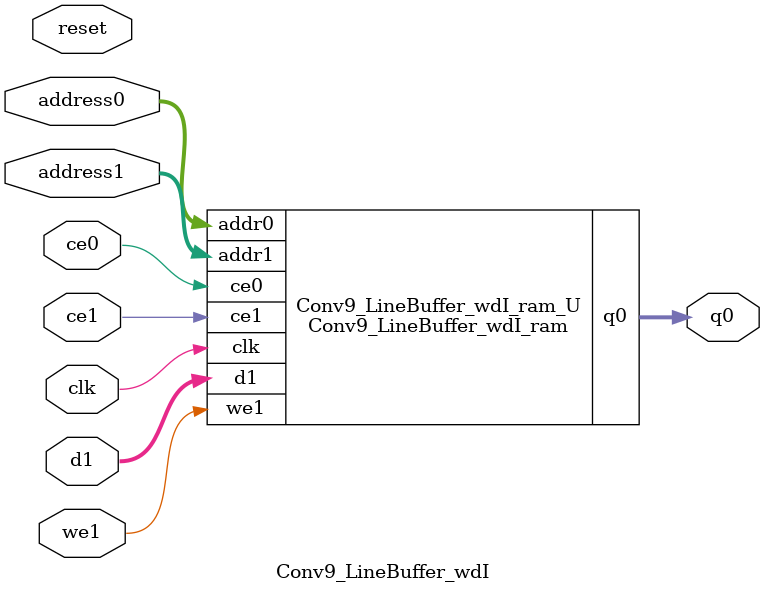
<source format=v>

`timescale 1 ns / 1 ps
module Conv9_LineBuffer_wdI_ram (addr0, ce0, q0, addr1, ce1, d1, we1,  clk);

parameter DWIDTH = 32;
parameter AWIDTH = 5;
parameter MEM_SIZE = 24;

input[AWIDTH-1:0] addr0;
input ce0;
output reg[DWIDTH-1:0] q0;
input[AWIDTH-1:0] addr1;
input ce1;
input[DWIDTH-1:0] d1;
input we1;
input clk;

(* ram_style = "distributed" *)reg [DWIDTH-1:0] ram[0:MEM_SIZE-1];




always @(posedge clk)  
begin 
    if (ce0) 
    begin
            q0 <= ram[addr0];
    end
end


always @(posedge clk)  
begin 
    if (ce1) 
    begin
        if (we1) 
        begin 
            ram[addr1] <= d1; 
        end 
    end
end


endmodule


`timescale 1 ns / 1 ps
module Conv9_LineBuffer_wdI(
    reset,
    clk,
    address0,
    ce0,
    q0,
    address1,
    ce1,
    we1,
    d1);

parameter DataWidth = 32'd32;
parameter AddressRange = 32'd24;
parameter AddressWidth = 32'd5;
input reset;
input clk;
input[AddressWidth - 1:0] address0;
input ce0;
output[DataWidth - 1:0] q0;
input[AddressWidth - 1:0] address1;
input ce1;
input we1;
input[DataWidth - 1:0] d1;



Conv9_LineBuffer_wdI_ram Conv9_LineBuffer_wdI_ram_U(
    .clk( clk ),
    .addr0( address0 ),
    .ce0( ce0 ),
    .q0( q0 ),
    .addr1( address1 ),
    .ce1( ce1 ),
    .we1( we1 ),
    .d1( d1 ));

endmodule


</source>
